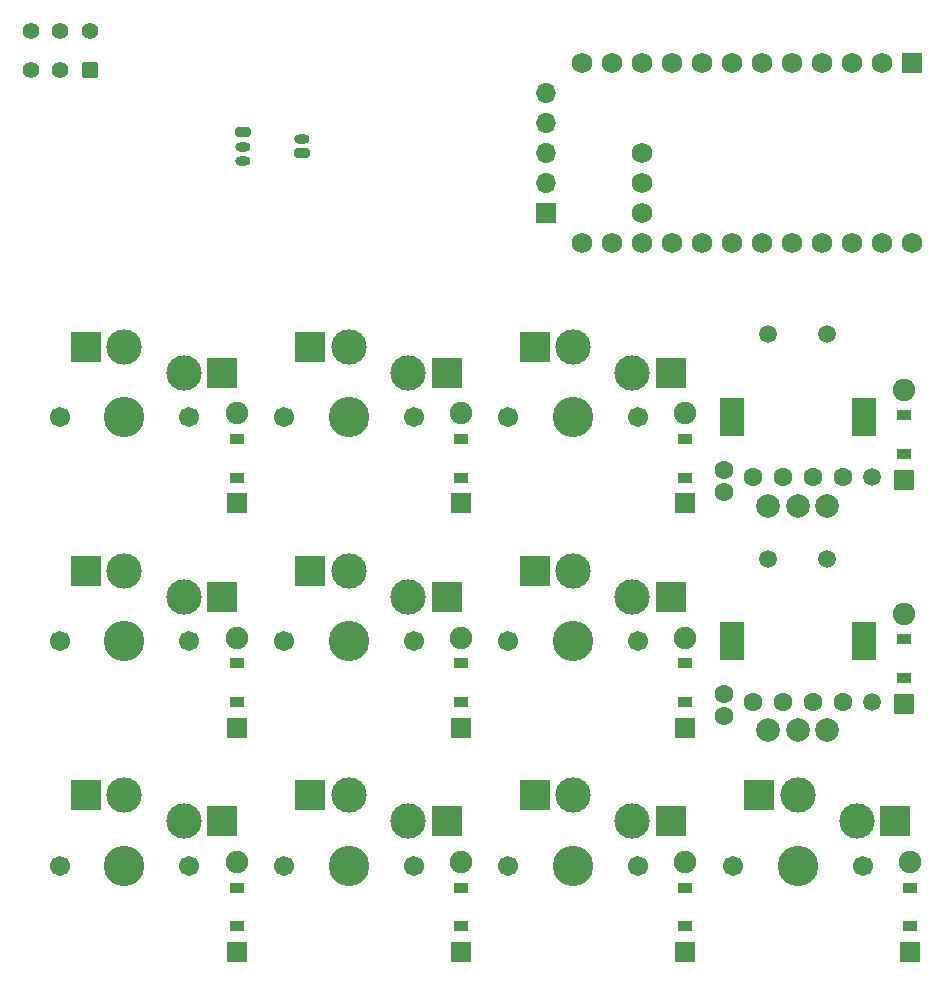
<source format=gbr>
%TF.GenerationSoftware,KiCad,Pcbnew,8.0.4*%
%TF.CreationDate,2024-09-01T19:46:59+02:00*%
%TF.ProjectId,bombopad,626f6d62-6f70-4616-942e-6b696361645f,v1.0.0*%
%TF.SameCoordinates,Original*%
%TF.FileFunction,Soldermask,Bot*%
%TF.FilePolarity,Negative*%
%FSLAX46Y46*%
G04 Gerber Fmt 4.6, Leading zero omitted, Abs format (unit mm)*
G04 Created by KiCad (PCBNEW 8.0.4) date 2024-09-01 19:46:59*
%MOMM*%
%LPD*%
G01*
G04 APERTURE LIST*
G04 Aperture macros list*
%AMRoundRect*
0 Rectangle with rounded corners*
0 $1 Rounding radius*
0 $2 $3 $4 $5 $6 $7 $8 $9 X,Y pos of 4 corners*
0 Add a 4 corners polygon primitive as box body*
4,1,4,$2,$3,$4,$5,$6,$7,$8,$9,$2,$3,0*
0 Add four circle primitives for the rounded corners*
1,1,$1+$1,$2,$3*
1,1,$1+$1,$4,$5*
1,1,$1+$1,$6,$7*
1,1,$1+$1,$8,$9*
0 Add four rect primitives between the rounded corners*
20,1,$1+$1,$2,$3,$4,$5,0*
20,1,$1+$1,$4,$5,$6,$7,0*
20,1,$1+$1,$6,$7,$8,$9,0*
20,1,$1+$1,$8,$9,$2,$3,0*%
G04 Aperture macros list end*
%ADD10RoundRect,0.200000X-0.450000X0.200000X-0.450000X-0.200000X0.450000X-0.200000X0.450000X0.200000X0*%
%ADD11O,1.300000X0.800000*%
%ADD12R,2.000000X3.200000*%
%ADD13C,1.500000*%
%ADD14C,2.000000*%
%ADD15C,1.600000*%
%ADD16R,1.778000X1.778000*%
%ADD17R,1.200000X0.900000*%
%ADD18C,1.905000*%
%ADD19C,1.701800*%
%ADD20C,3.000000*%
%ADD21C,3.429000*%
%ADD22R,2.600000X2.600000*%
%ADD23RoundRect,0.250000X0.450000X0.450000X-0.450000X0.450000X-0.450000X-0.450000X0.450000X-0.450000X0*%
%ADD24C,1.400000*%
%ADD25R,1.752600X1.752600*%
%ADD26C,1.752600*%
%ADD27R,1.700000X1.700000*%
%ADD28O,1.700000X1.700000*%
%ADD29RoundRect,0.200000X0.450000X-0.200000X0.450000X0.200000X-0.450000X0.200000X-0.450000X-0.200000X0*%
G04 APERTURE END LIST*
D10*
%TO.C,J2*%
X41128000Y-26309000D03*
D11*
X41128000Y-27559000D03*
X41128000Y-28809000D03*
%TD*%
D12*
%TO.C,ROT2*%
X82538000Y-69462000D03*
X93738000Y-69462000D03*
D13*
X85638000Y-62462000D03*
X90638000Y-62462000D03*
D14*
X85638000Y-76962000D03*
X90638000Y-76962000D03*
X88138000Y-76962000D03*
%TD*%
D13*
%TO.C,ROL1*%
X94428000Y-55567000D03*
D15*
X84318000Y-55567000D03*
X86858000Y-55567000D03*
X89398000Y-55567000D03*
X91938000Y-55567000D03*
X81928000Y-56792000D03*
X81928000Y-54942000D03*
%TD*%
D16*
%TO.C,D5*%
X59628000Y-76752000D03*
D17*
X59628000Y-74592000D03*
X59628000Y-71292000D03*
D18*
X59628000Y-69132000D03*
%TD*%
D16*
%TO.C,D4*%
X59628000Y-95752000D03*
D17*
X59628000Y-93592000D03*
X59628000Y-90292000D03*
D18*
X59628000Y-88132000D03*
%TD*%
D19*
%TO.C,S5*%
X44628000Y-69442000D03*
D20*
X50128000Y-63492000D03*
D21*
X50128000Y-69442000D03*
D20*
X55128000Y-65692000D03*
D19*
X55628000Y-69442000D03*
D22*
X46853000Y-63492000D03*
X58403000Y-65692000D03*
%TD*%
D16*
%TO.C,D8*%
X78628000Y-76752000D03*
D17*
X78628000Y-74592000D03*
X78628000Y-71292000D03*
D18*
X78628000Y-69132000D03*
%TD*%
D19*
%TO.C,S4*%
X44628000Y-88442000D03*
D20*
X50128000Y-82492000D03*
D21*
X50128000Y-88442000D03*
D20*
X55128000Y-84692000D03*
D19*
X55628000Y-88442000D03*
D22*
X46853000Y-82492000D03*
X58403000Y-84692000D03*
%TD*%
D16*
%TO.C,D10*%
X97628000Y-95752000D03*
D17*
X97628000Y-93592000D03*
X97628000Y-90292000D03*
D18*
X97628000Y-88132000D03*
%TD*%
D16*
%TO.C,D6*%
X59628000Y-57752000D03*
D17*
X59628000Y-55592000D03*
X59628000Y-52292000D03*
D18*
X59628000Y-50132000D03*
%TD*%
D19*
%TO.C,S6*%
X44628000Y-50442000D03*
D20*
X50128000Y-44492000D03*
D21*
X50128000Y-50442000D03*
D20*
X55128000Y-46692000D03*
D19*
X55628000Y-50442000D03*
D22*
X46853000Y-44492000D03*
X58403000Y-46692000D03*
%TD*%
D16*
%TO.C,D7*%
X78628000Y-95752000D03*
D17*
X78628000Y-93592000D03*
X78628000Y-90292000D03*
D18*
X78628000Y-88132000D03*
%TD*%
D19*
%TO.C,S3*%
X25628000Y-50442000D03*
D20*
X31128000Y-44492000D03*
D21*
X31128000Y-50442000D03*
D20*
X36128000Y-46692000D03*
D19*
X36628000Y-50442000D03*
D22*
X27853000Y-44492000D03*
X39403000Y-46692000D03*
%TD*%
D16*
%TO.C,D9*%
X78628000Y-57752000D03*
D17*
X78628000Y-55592000D03*
X78628000Y-52292000D03*
D18*
X78628000Y-50132000D03*
%TD*%
D19*
%TO.C,S2*%
X25628000Y-69442000D03*
D20*
X31128000Y-63492000D03*
D21*
X31128000Y-69442000D03*
D20*
X36128000Y-65692000D03*
D19*
X36628000Y-69442000D03*
D22*
X27853000Y-63492000D03*
X39403000Y-65692000D03*
%TD*%
D19*
%TO.C,S7*%
X63628000Y-88442000D03*
D20*
X69128000Y-82492000D03*
D21*
X69128000Y-88442000D03*
D20*
X74128000Y-84692000D03*
D19*
X74628000Y-88442000D03*
D22*
X65853000Y-82492000D03*
X77403000Y-84692000D03*
%TD*%
D13*
%TO.C,ROL2*%
X94428000Y-74567000D03*
D15*
X84318000Y-74567000D03*
X86858000Y-74567000D03*
X89398000Y-74567000D03*
X91938000Y-74567000D03*
X81928000Y-75792000D03*
X81928000Y-73942000D03*
%TD*%
D16*
%TO.C,D1*%
X40628000Y-95752000D03*
D17*
X40628000Y-93592000D03*
X40628000Y-90292000D03*
D18*
X40628000Y-88132000D03*
%TD*%
D16*
%TO.C,D11*%
X97155000Y-74752000D03*
D17*
X97155000Y-72592000D03*
X97155000Y-69292000D03*
D18*
X97155000Y-67132000D03*
%TD*%
D12*
%TO.C,ROT1*%
X82538000Y-50462000D03*
X93738000Y-50462000D03*
D13*
X85638000Y-43462000D03*
X90638000Y-43462000D03*
D14*
X85638000Y-57962000D03*
X90638000Y-57962000D03*
X88138000Y-57962000D03*
%TD*%
D19*
%TO.C,S9*%
X63628000Y-50442000D03*
D20*
X69128000Y-44492000D03*
D21*
X69128000Y-50442000D03*
D20*
X74128000Y-46692000D03*
D19*
X74628000Y-50442000D03*
D22*
X65853000Y-44492000D03*
X77403000Y-46692000D03*
%TD*%
D23*
%TO.C,SW15*%
X28194000Y-21080000D03*
D24*
X25694000Y-21080000D03*
X23194000Y-21080000D03*
X23194000Y-17780000D03*
X25694000Y-17780000D03*
X28194000Y-17780000D03*
%TD*%
D19*
%TO.C,S10*%
X82628000Y-88442000D03*
D20*
X88128000Y-82492000D03*
D21*
X88128000Y-88442000D03*
D20*
X93128000Y-84692000D03*
D19*
X93628000Y-88442000D03*
D22*
X84853000Y-82492000D03*
X96403000Y-84692000D03*
%TD*%
D25*
%TO.C,MCU1*%
X97765000Y-20522000D03*
D26*
X95225000Y-20522000D03*
X92685000Y-20522000D03*
X90145000Y-20522000D03*
X87605000Y-20522000D03*
X85065000Y-20522000D03*
X82525000Y-20522000D03*
X79985000Y-20522000D03*
X77445000Y-20522000D03*
X74905000Y-20522000D03*
X72365000Y-20522000D03*
X69825000Y-20522000D03*
X97765000Y-35762000D03*
X95225000Y-35762000D03*
X92685000Y-35762000D03*
X90145000Y-35762000D03*
X87605000Y-35762000D03*
X85065000Y-35762000D03*
X82525000Y-35762000D03*
X79985000Y-35762000D03*
X77445000Y-35762000D03*
X74905000Y-35762000D03*
X72365000Y-35762000D03*
X69825000Y-35762000D03*
X74905000Y-33222000D03*
X74905000Y-30682000D03*
X74905000Y-28142000D03*
%TD*%
D19*
%TO.C,S8*%
X63628000Y-69442000D03*
D20*
X69128000Y-63492000D03*
D21*
X69128000Y-69442000D03*
D20*
X74128000Y-65692000D03*
D19*
X74628000Y-69442000D03*
D22*
X65853000Y-63492000D03*
X77403000Y-65692000D03*
%TD*%
D19*
%TO.C,S1*%
X25628000Y-88442000D03*
D20*
X31128000Y-82492000D03*
D21*
X31128000Y-88442000D03*
D20*
X36128000Y-84692000D03*
D19*
X36628000Y-88442000D03*
D22*
X27853000Y-82492000D03*
X39403000Y-84692000D03*
%TD*%
D27*
%TO.C,Nice!View1*%
X66795000Y-33222000D03*
D28*
X66795000Y-30682000D03*
X66795000Y-28142000D03*
X66795000Y-25602000D03*
X66795000Y-23062000D03*
%TD*%
D29*
%TO.C,J1*%
X46128000Y-28142000D03*
D11*
X46128000Y-26892000D03*
%TD*%
D16*
%TO.C,D3*%
X40628000Y-57752000D03*
D17*
X40628000Y-55592000D03*
X40628000Y-52292000D03*
D18*
X40628000Y-50132000D03*
%TD*%
D16*
%TO.C,D12*%
X97155000Y-55752000D03*
D17*
X97155000Y-53592000D03*
X97155000Y-50292000D03*
D18*
X97155000Y-48132000D03*
%TD*%
D16*
%TO.C,D2*%
X40628000Y-76752000D03*
D17*
X40628000Y-74592000D03*
X40628000Y-71292000D03*
D18*
X40628000Y-69132000D03*
%TD*%
M02*

</source>
